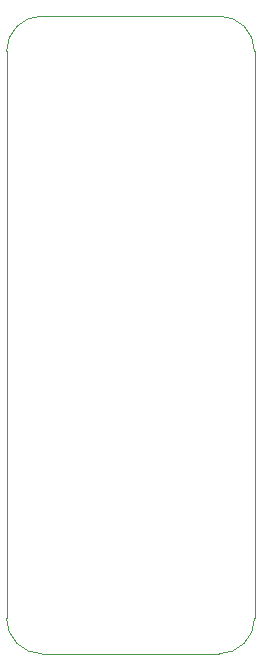
<source format=gbr>
%TF.GenerationSoftware,KiCad,Pcbnew,8.0.3*%
%TF.CreationDate,2024-10-23T15:01:46-04:00*%
%TF.ProjectId,SensorBoardNoMCU,53656e73-6f72-4426-9f61-72644e6f4d43,rev?*%
%TF.SameCoordinates,Original*%
%TF.FileFunction,Profile,NP*%
%FSLAX46Y46*%
G04 Gerber Fmt 4.6, Leading zero omitted, Abs format (unit mm)*
G04 Created by KiCad (PCBNEW 8.0.3) date 2024-10-23 15:01:46*
%MOMM*%
%LPD*%
G01*
G04 APERTURE LIST*
%TA.AperFunction,Profile*%
%ADD10C,0.050000*%
%TD*%
G04 APERTURE END LIST*
D10*
X107000000Y-47000000D02*
X92000000Y-47000000D01*
X89000000Y-50000000D02*
G75*
G02*
X92000000Y-47000000I3000000J0D01*
G01*
X92000000Y-101000000D02*
G75*
G02*
X89000000Y-98000000I0J3000000D01*
G01*
X107000000Y-47000000D02*
G75*
G02*
X110000000Y-50000000I0J-3000000D01*
G01*
X92000000Y-101000000D02*
X107000000Y-101000000D01*
X110000000Y-98000000D02*
G75*
G02*
X107000000Y-101000000I-3000000J0D01*
G01*
X89000000Y-50000000D02*
X89000000Y-98000000D01*
X110000000Y-98000000D02*
X110000000Y-50000000D01*
M02*

</source>
